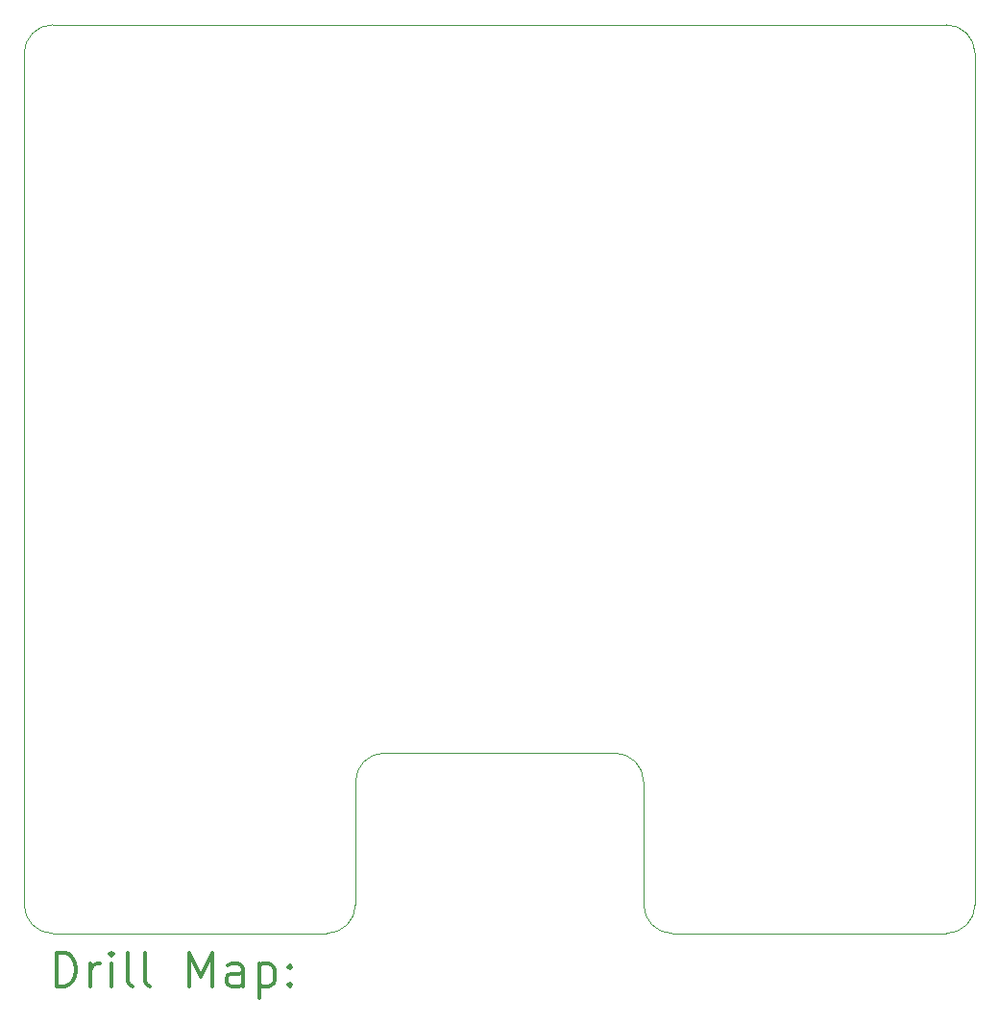
<source format=gbr>
%FSLAX45Y45*%
G04 Gerber Fmt 4.5, Leading zero omitted, Abs format (unit mm)*
G04 Created by KiCad (PCBNEW 5.1.10-88a1d61d58~90~ubuntu20.04.1) date 2021-07-20 14:54:35*
%MOMM*%
%LPD*%
G01*
G04 APERTURE LIST*
%TA.AperFunction,Profile*%
%ADD10C,0.050000*%
%TD*%
%ADD11C,0.200000*%
%ADD12C,0.300000*%
G04 APERTURE END LIST*
D10*
X21082000Y-14859000D02*
G75*
G02*
X20828000Y-15113000I-254000J0D01*
G01*
X18415000Y-15113000D02*
G75*
G02*
X18161000Y-14859000I0J254000D01*
G01*
X17907000Y-13525500D02*
G75*
G02*
X18161000Y-13779500I0J-254000D01*
G01*
X15621000Y-13779500D02*
G75*
G02*
X15875000Y-13525500I254000J0D01*
G01*
X15621000Y-14859000D02*
G75*
G02*
X15367000Y-15113000I-254000J0D01*
G01*
X12954000Y-15113000D02*
G75*
G02*
X12700000Y-14859000I0J254000D01*
G01*
X12700000Y-7366000D02*
G75*
G02*
X12954000Y-7112000I254000J0D01*
G01*
X20828000Y-7112000D02*
G75*
G02*
X21082000Y-7366000I0J-254000D01*
G01*
X21082000Y-14859000D02*
X21082000Y-13208000D01*
X18415000Y-15113000D02*
X20828000Y-15113000D01*
X18161000Y-13779500D02*
X18161000Y-14859000D01*
X15621000Y-14859000D02*
X15621000Y-13779500D01*
X12954000Y-15113000D02*
X15367000Y-15113000D01*
X12700000Y-7366000D02*
X12700000Y-14859000D01*
X17907000Y-13525500D02*
X15875000Y-13525500D01*
X21082000Y-7366000D02*
X21082000Y-13208000D01*
X12954000Y-7112000D02*
X20828000Y-7112000D01*
D11*
D12*
X12983928Y-15581214D02*
X12983928Y-15281214D01*
X13055357Y-15281214D01*
X13098214Y-15295500D01*
X13126786Y-15324071D01*
X13141071Y-15352643D01*
X13155357Y-15409786D01*
X13155357Y-15452643D01*
X13141071Y-15509786D01*
X13126786Y-15538357D01*
X13098214Y-15566929D01*
X13055357Y-15581214D01*
X12983928Y-15581214D01*
X13283928Y-15581214D02*
X13283928Y-15381214D01*
X13283928Y-15438357D02*
X13298214Y-15409786D01*
X13312500Y-15395500D01*
X13341071Y-15381214D01*
X13369643Y-15381214D01*
X13469643Y-15581214D02*
X13469643Y-15381214D01*
X13469643Y-15281214D02*
X13455357Y-15295500D01*
X13469643Y-15309786D01*
X13483928Y-15295500D01*
X13469643Y-15281214D01*
X13469643Y-15309786D01*
X13655357Y-15581214D02*
X13626786Y-15566929D01*
X13612500Y-15538357D01*
X13612500Y-15281214D01*
X13812500Y-15581214D02*
X13783928Y-15566929D01*
X13769643Y-15538357D01*
X13769643Y-15281214D01*
X14155357Y-15581214D02*
X14155357Y-15281214D01*
X14255357Y-15495500D01*
X14355357Y-15281214D01*
X14355357Y-15581214D01*
X14626786Y-15581214D02*
X14626786Y-15424071D01*
X14612500Y-15395500D01*
X14583928Y-15381214D01*
X14526786Y-15381214D01*
X14498214Y-15395500D01*
X14626786Y-15566929D02*
X14598214Y-15581214D01*
X14526786Y-15581214D01*
X14498214Y-15566929D01*
X14483928Y-15538357D01*
X14483928Y-15509786D01*
X14498214Y-15481214D01*
X14526786Y-15466929D01*
X14598214Y-15466929D01*
X14626786Y-15452643D01*
X14769643Y-15381214D02*
X14769643Y-15681214D01*
X14769643Y-15395500D02*
X14798214Y-15381214D01*
X14855357Y-15381214D01*
X14883928Y-15395500D01*
X14898214Y-15409786D01*
X14912500Y-15438357D01*
X14912500Y-15524071D01*
X14898214Y-15552643D01*
X14883928Y-15566929D01*
X14855357Y-15581214D01*
X14798214Y-15581214D01*
X14769643Y-15566929D01*
X15041071Y-15552643D02*
X15055357Y-15566929D01*
X15041071Y-15581214D01*
X15026786Y-15566929D01*
X15041071Y-15552643D01*
X15041071Y-15581214D01*
X15041071Y-15395500D02*
X15055357Y-15409786D01*
X15041071Y-15424071D01*
X15026786Y-15409786D01*
X15041071Y-15395500D01*
X15041071Y-15424071D01*
M02*

</source>
